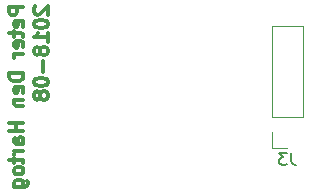
<source format=gbr>
G04 #@! TF.GenerationSoftware,KiCad,Pcbnew,(5.0.0)*
G04 #@! TF.CreationDate,2018-08-07T11:47:38-05:00*
G04 #@! TF.ProjectId,volvo240pcb,766F6C766F3234307063622E6B696361,rev?*
G04 #@! TF.SameCoordinates,Original*
G04 #@! TF.FileFunction,Legend,Bot*
G04 #@! TF.FilePolarity,Positive*
%FSLAX46Y46*%
G04 Gerber Fmt 4.6, Leading zero omitted, Abs format (unit mm)*
G04 Created by KiCad (PCBNEW (5.0.0)) date 08/07/18 11:47:38*
%MOMM*%
%LPD*%
G01*
G04 APERTURE LIST*
%ADD10C,0.300000*%
%ADD11C,0.120000*%
%ADD12C,0.150000*%
G04 APERTURE END LIST*
D10*
X94492857Y-71980714D02*
X93292857Y-71980714D01*
X93292857Y-72437857D01*
X93350000Y-72552142D01*
X93407142Y-72609285D01*
X93521428Y-72666428D01*
X93692857Y-72666428D01*
X93807142Y-72609285D01*
X93864285Y-72552142D01*
X93921428Y-72437857D01*
X93921428Y-71980714D01*
X94435714Y-73637857D02*
X94492857Y-73523571D01*
X94492857Y-73295000D01*
X94435714Y-73180714D01*
X94321428Y-73123571D01*
X93864285Y-73123571D01*
X93750000Y-73180714D01*
X93692857Y-73295000D01*
X93692857Y-73523571D01*
X93750000Y-73637857D01*
X93864285Y-73695000D01*
X93978571Y-73695000D01*
X94092857Y-73123571D01*
X93692857Y-74037857D02*
X93692857Y-74495000D01*
X93292857Y-74209285D02*
X94321428Y-74209285D01*
X94435714Y-74266428D01*
X94492857Y-74380714D01*
X94492857Y-74495000D01*
X94435714Y-75352142D02*
X94492857Y-75237857D01*
X94492857Y-75009285D01*
X94435714Y-74895000D01*
X94321428Y-74837857D01*
X93864285Y-74837857D01*
X93750000Y-74895000D01*
X93692857Y-75009285D01*
X93692857Y-75237857D01*
X93750000Y-75352142D01*
X93864285Y-75409285D01*
X93978571Y-75409285D01*
X94092857Y-74837857D01*
X94492857Y-75923571D02*
X93692857Y-75923571D01*
X93921428Y-75923571D02*
X93807142Y-75980714D01*
X93750000Y-76037857D01*
X93692857Y-76152142D01*
X93692857Y-76266428D01*
X94492857Y-77580714D02*
X93292857Y-77580714D01*
X93292857Y-77866428D01*
X93350000Y-78037857D01*
X93464285Y-78152142D01*
X93578571Y-78209285D01*
X93807142Y-78266428D01*
X93978571Y-78266428D01*
X94207142Y-78209285D01*
X94321428Y-78152142D01*
X94435714Y-78037857D01*
X94492857Y-77866428D01*
X94492857Y-77580714D01*
X94435714Y-79237857D02*
X94492857Y-79123571D01*
X94492857Y-78895000D01*
X94435714Y-78780714D01*
X94321428Y-78723571D01*
X93864285Y-78723571D01*
X93750000Y-78780714D01*
X93692857Y-78895000D01*
X93692857Y-79123571D01*
X93750000Y-79237857D01*
X93864285Y-79295000D01*
X93978571Y-79295000D01*
X94092857Y-78723571D01*
X93692857Y-79809285D02*
X94492857Y-79809285D01*
X93807142Y-79809285D02*
X93750000Y-79866428D01*
X93692857Y-79980714D01*
X93692857Y-80152142D01*
X93750000Y-80266428D01*
X93864285Y-80323571D01*
X94492857Y-80323571D01*
X94492857Y-81809285D02*
X93292857Y-81809285D01*
X93864285Y-81809285D02*
X93864285Y-82495000D01*
X94492857Y-82495000D02*
X93292857Y-82495000D01*
X94492857Y-83580714D02*
X93864285Y-83580714D01*
X93750000Y-83523571D01*
X93692857Y-83409285D01*
X93692857Y-83180714D01*
X93750000Y-83066428D01*
X94435714Y-83580714D02*
X94492857Y-83466428D01*
X94492857Y-83180714D01*
X94435714Y-83066428D01*
X94321428Y-83009285D01*
X94207142Y-83009285D01*
X94092857Y-83066428D01*
X94035714Y-83180714D01*
X94035714Y-83466428D01*
X93978571Y-83580714D01*
X94492857Y-84152142D02*
X93692857Y-84152142D01*
X93921428Y-84152142D02*
X93807142Y-84209285D01*
X93750000Y-84266428D01*
X93692857Y-84380714D01*
X93692857Y-84495000D01*
X93692857Y-84723571D02*
X93692857Y-85180714D01*
X93292857Y-84895000D02*
X94321428Y-84895000D01*
X94435714Y-84952142D01*
X94492857Y-85066428D01*
X94492857Y-85180714D01*
X94492857Y-85752142D02*
X94435714Y-85637857D01*
X94378571Y-85580714D01*
X94264285Y-85523571D01*
X93921428Y-85523571D01*
X93807142Y-85580714D01*
X93750000Y-85637857D01*
X93692857Y-85752142D01*
X93692857Y-85923571D01*
X93750000Y-86037857D01*
X93807142Y-86095000D01*
X93921428Y-86152142D01*
X94264285Y-86152142D01*
X94378571Y-86095000D01*
X94435714Y-86037857D01*
X94492857Y-85923571D01*
X94492857Y-85752142D01*
X93692857Y-87180714D02*
X94664285Y-87180714D01*
X94778571Y-87123571D01*
X94835714Y-87066428D01*
X94892857Y-86952142D01*
X94892857Y-86780714D01*
X94835714Y-86666428D01*
X94435714Y-87180714D02*
X94492857Y-87066428D01*
X94492857Y-86837857D01*
X94435714Y-86723571D01*
X94378571Y-86666428D01*
X94264285Y-86609285D01*
X93921428Y-86609285D01*
X93807142Y-86666428D01*
X93750000Y-86723571D01*
X93692857Y-86837857D01*
X93692857Y-87066428D01*
X93750000Y-87180714D01*
X95507142Y-71923571D02*
X95450000Y-71980714D01*
X95392857Y-72095000D01*
X95392857Y-72380714D01*
X95450000Y-72495000D01*
X95507142Y-72552142D01*
X95621428Y-72609285D01*
X95735714Y-72609285D01*
X95907142Y-72552142D01*
X96592857Y-71866428D01*
X96592857Y-72609285D01*
X95392857Y-73352142D02*
X95392857Y-73466428D01*
X95450000Y-73580714D01*
X95507142Y-73637857D01*
X95621428Y-73695000D01*
X95850000Y-73752142D01*
X96135714Y-73752142D01*
X96364285Y-73695000D01*
X96478571Y-73637857D01*
X96535714Y-73580714D01*
X96592857Y-73466428D01*
X96592857Y-73352142D01*
X96535714Y-73237857D01*
X96478571Y-73180714D01*
X96364285Y-73123571D01*
X96135714Y-73066428D01*
X95850000Y-73066428D01*
X95621428Y-73123571D01*
X95507142Y-73180714D01*
X95450000Y-73237857D01*
X95392857Y-73352142D01*
X96592857Y-74895000D02*
X96592857Y-74209285D01*
X96592857Y-74552142D02*
X95392857Y-74552142D01*
X95564285Y-74437857D01*
X95678571Y-74323571D01*
X95735714Y-74209285D01*
X95907142Y-75580714D02*
X95850000Y-75466428D01*
X95792857Y-75409285D01*
X95678571Y-75352142D01*
X95621428Y-75352142D01*
X95507142Y-75409285D01*
X95450000Y-75466428D01*
X95392857Y-75580714D01*
X95392857Y-75809285D01*
X95450000Y-75923571D01*
X95507142Y-75980714D01*
X95621428Y-76037857D01*
X95678571Y-76037857D01*
X95792857Y-75980714D01*
X95850000Y-75923571D01*
X95907142Y-75809285D01*
X95907142Y-75580714D01*
X95964285Y-75466428D01*
X96021428Y-75409285D01*
X96135714Y-75352142D01*
X96364285Y-75352142D01*
X96478571Y-75409285D01*
X96535714Y-75466428D01*
X96592857Y-75580714D01*
X96592857Y-75809285D01*
X96535714Y-75923571D01*
X96478571Y-75980714D01*
X96364285Y-76037857D01*
X96135714Y-76037857D01*
X96021428Y-75980714D01*
X95964285Y-75923571D01*
X95907142Y-75809285D01*
X96135714Y-76552142D02*
X96135714Y-77466428D01*
X95392857Y-78266428D02*
X95392857Y-78380714D01*
X95450000Y-78494999D01*
X95507142Y-78552142D01*
X95621428Y-78609285D01*
X95850000Y-78666428D01*
X96135714Y-78666428D01*
X96364285Y-78609285D01*
X96478571Y-78552142D01*
X96535714Y-78494999D01*
X96592857Y-78380714D01*
X96592857Y-78266428D01*
X96535714Y-78152142D01*
X96478571Y-78094999D01*
X96364285Y-78037857D01*
X96135714Y-77980714D01*
X95850000Y-77980714D01*
X95621428Y-78037857D01*
X95507142Y-78094999D01*
X95450000Y-78152142D01*
X95392857Y-78266428D01*
X95907142Y-79352142D02*
X95850000Y-79237857D01*
X95792857Y-79180714D01*
X95678571Y-79123571D01*
X95621428Y-79123571D01*
X95507142Y-79180714D01*
X95450000Y-79237857D01*
X95392857Y-79352142D01*
X95392857Y-79580714D01*
X95450000Y-79694999D01*
X95507142Y-79752142D01*
X95621428Y-79809285D01*
X95678571Y-79809285D01*
X95792857Y-79752142D01*
X95850000Y-79694999D01*
X95907142Y-79580714D01*
X95907142Y-79352142D01*
X95964285Y-79237857D01*
X96021428Y-79180714D01*
X96135714Y-79123571D01*
X96364285Y-79123571D01*
X96478571Y-79180714D01*
X96535714Y-79237857D01*
X96592857Y-79352142D01*
X96592857Y-79580714D01*
X96535714Y-79694999D01*
X96478571Y-79752142D01*
X96364285Y-79809285D01*
X96135714Y-79809285D01*
X96021428Y-79752142D01*
X95964285Y-79694999D01*
X95907142Y-79580714D01*
D11*
G04 #@! TO.C,J3*
X115510000Y-73600000D02*
X118170000Y-73600000D01*
X115510000Y-81280000D02*
X115510000Y-73600000D01*
X118170000Y-81280000D02*
X118170000Y-73600000D01*
X115510000Y-81280000D02*
X118170000Y-81280000D01*
X115510000Y-82550000D02*
X115510000Y-83880000D01*
X115510000Y-83880000D02*
X116840000Y-83880000D01*
D12*
X117173333Y-84332380D02*
X117173333Y-85046666D01*
X117220952Y-85189523D01*
X117316190Y-85284761D01*
X117459047Y-85332380D01*
X117554285Y-85332380D01*
X116792380Y-84332380D02*
X116173333Y-84332380D01*
X116506666Y-84713333D01*
X116363809Y-84713333D01*
X116268571Y-84760952D01*
X116220952Y-84808571D01*
X116173333Y-84903809D01*
X116173333Y-85141904D01*
X116220952Y-85237142D01*
X116268571Y-85284761D01*
X116363809Y-85332380D01*
X116649523Y-85332380D01*
X116744761Y-85284761D01*
X116792380Y-85237142D01*
G04 #@! TD*
M02*

</source>
